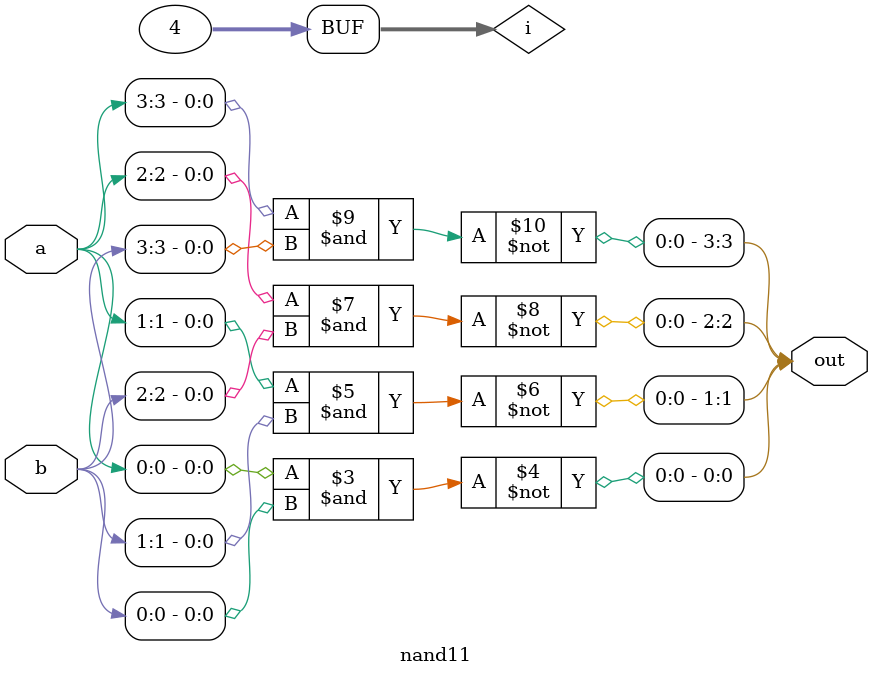
<source format=v>
module nand11 (
    input wire [3:0] a,
    input wire [3:0] b,
    output reg [3:0] out
);

integer i;
always @(*) begin
    for (i = 0; i < 4; i = i + 1) begin
        out[i] = ~(a[i] & b[i]);
    end
end


endmodule
</source>
